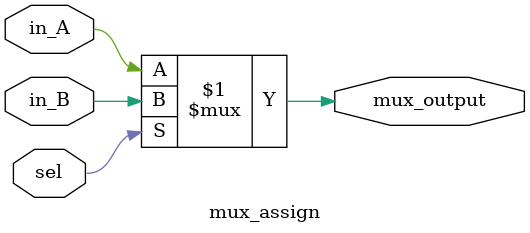
<source format=v>
module mux_assign #(parameter integer WIDTH = 1)(  //modulo mux realiza a selecao dos dados
    input wire [WIDTH-1:0] in_A,            //entrada 0, in_A = primeira entrada do mux
    input wire [WIDTH-1:0] in_B,            //entrada 1, in_B = segunda entrada do mux
    input wire sel,                         //sinal de selecao, qual das duas entradas sera passada para a saida
    output wire[WIDTH-1:0] mux_output  );   //saida do mux

    assign mux_output =  sel ? in_B : in_A; //se SEL for 1(true) a saida = in_B, se sel for 0 (false) a saida = in_A
endmodule                                   //final do modulo

</source>
